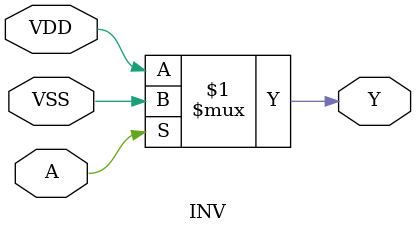
<source format=v>
module INV(Y, A, VDD, VSS );
  input A;
  output Y;
  inout VDD, VSS;

  assign Y = A ? VSS : VDD ;
endmodule

</source>
